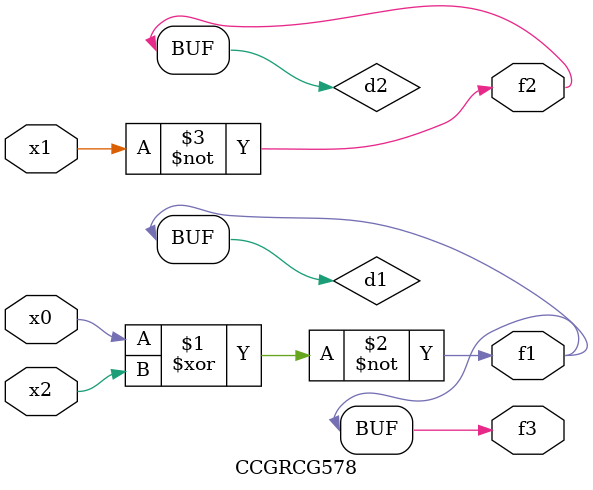
<source format=v>
module CCGRCG578(
	input x0, x1, x2,
	output f1, f2, f3
);

	wire d1, d2, d3;

	xnor (d1, x0, x2);
	nand (d2, x1);
	nor (d3, x1, x2);
	assign f1 = d1;
	assign f2 = d2;
	assign f3 = d1;
endmodule

</source>
